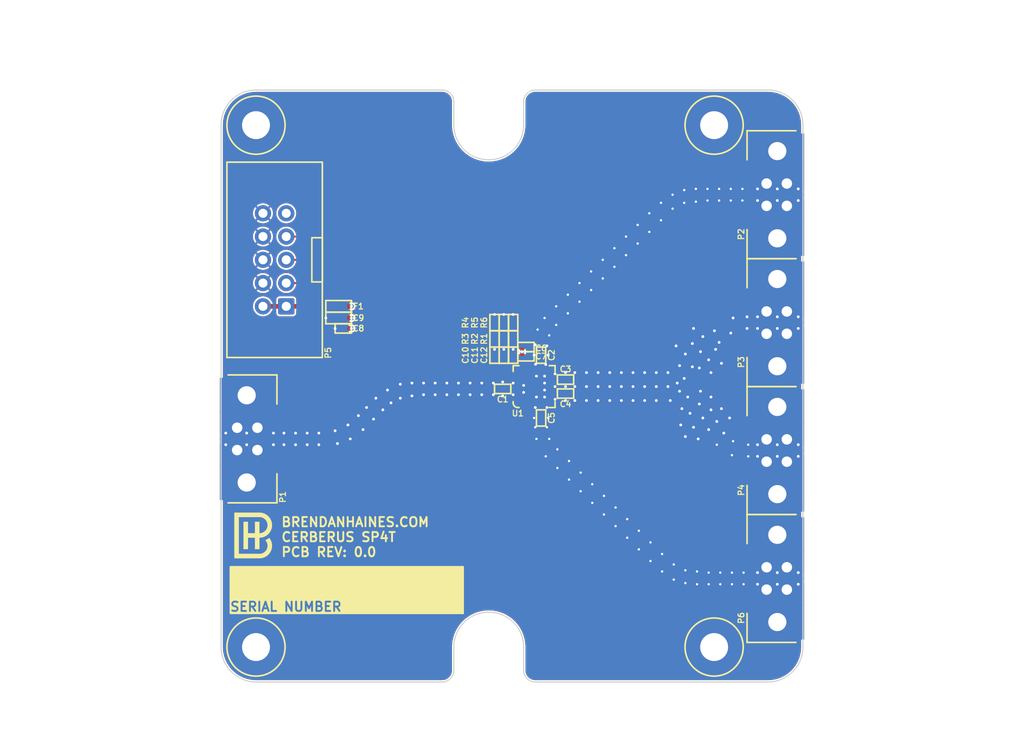
<source format=kicad_pcb>
(kicad_pcb
	(version 20240108)
	(generator "pcbnew")
	(generator_version "8.0")
	(general
		(thickness 1.6)
		(legacy_teardrops no)
	)
	(paper "A")
	(title_block
		(title "${PROJECT_NAME}")
		(rev "${PCB_REVISION}")
		(company "BRENDANHAINES.COM")
	)
	(layers
		(0 "F.Cu" signal)
		(1 "In1.Cu" signal)
		(2 "In2.Cu" signal)
		(31 "B.Cu" signal)
		(32 "B.Adhes" user "B.Adhesive")
		(33 "F.Adhes" user "F.Adhesive")
		(34 "B.Paste" user)
		(35 "F.Paste" user)
		(36 "B.SilkS" user "B.Silkscreen")
		(37 "F.SilkS" user "F.Silkscreen")
		(38 "B.Mask" user)
		(39 "F.Mask" user)
		(40 "Dwgs.User" user "User.Drawings")
		(41 "Cmts.User" user "User.Comments")
		(42 "Eco1.User" user "User.Eco1")
		(43 "Eco2.User" user "User.Eco2")
		(44 "Edge.Cuts" user)
		(45 "Margin" user)
		(46 "B.CrtYd" user "B.Courtyard")
		(47 "F.CrtYd" user "F.Courtyard")
		(48 "B.Fab" user)
		(49 "F.Fab" user)
		(50 "User.1" user)
		(51 "User.2" user)
		(52 "User.3" user)
		(53 "User.4" user)
		(54 "User.5" user)
		(55 "User.6" user)
		(56 "User.7" user)
		(57 "User.8" user)
		(58 "User.9" user)
	)
	(setup
		(stackup
			(layer "F.SilkS"
				(type "Top Silk Screen")
				(color "White")
			)
			(layer "F.Paste"
				(type "Top Solder Paste")
			)
			(layer "F.Mask"
				(type "Top Solder Mask")
				(color "Green")
				(thickness 0.01)
			)
			(layer "F.Cu"
				(type "copper")
				(thickness 0.035)
			)
			(layer "dielectric 1"
				(type "core")
				(thickness 0.48)
				(material "FR4")
				(epsilon_r 4.5)
				(loss_tangent 0.02)
			)
			(layer "In1.Cu"
				(type "copper")
				(thickness 0.035)
			)
			(layer "dielectric 2"
				(type "prepreg")
				(thickness 0.48)
				(material "FR4")
				(epsilon_r 4.5)
				(loss_tangent 0.02)
			)
			(layer "In2.Cu"
				(type "copper")
				(thickness 0.035)
			)
			(layer "dielectric 3"
				(type "core")
				(thickness 0.48)
				(material "FR4")
				(epsilon_r 4.5)
				(loss_tangent 0.02)
			)
			(layer "B.Cu"
				(type "copper")
				(thickness 0.035)
			)
			(layer "B.Mask"
				(type "Bottom Solder Mask")
				(color "Green")
				(thickness 0.01)
			)
			(layer "B.Paste"
				(type "Bottom Solder Paste")
			)
			(layer "B.SilkS"
				(type "Bottom Silk Screen")
				(color "White")
			)
			(copper_finish "ENIG")
			(dielectric_constraints no)
		)
		(pad_to_mask_clearance 0)
		(allow_soldermask_bridges_in_footprints no)
		(grid_origin 80.01 123.19)
		(pcbplotparams
			(layerselection 0x00010fc_ffffffff)
			(plot_on_all_layers_selection 0x0000000_00000000)
			(disableapertmacros no)
			(usegerberextensions no)
			(usegerberattributes yes)
			(usegerberadvancedattributes yes)
			(creategerberjobfile yes)
			(dashed_line_dash_ratio 12.000000)
			(dashed_line_gap_ratio 3.000000)
			(svgprecision 4)
			(plotframeref no)
			(viasonmask no)
			(mode 1)
			(useauxorigin no)
			(hpglpennumber 1)
			(hpglpenspeed 20)
			(hpglpendiameter 15.000000)
			(pdf_front_fp_property_popups yes)
			(pdf_back_fp_property_popups yes)
			(dxfpolygonmode yes)
			(dxfimperialunits yes)
			(dxfusepcbnewfont yes)
			(psnegative no)
			(psa4output no)
			(plotreference yes)
			(plotvalue yes)
			(plotfptext yes)
			(plotinvisibletext no)
			(sketchpadsonfab no)
			(subtractmaskfromsilk no)
			(outputformat 1)
			(mirror no)
			(drillshape 1)
			(scaleselection 1)
			(outputdirectory "")
		)
	)
	(property "PCB_REVISION" "0.0")
	(property "PROJECT_NAME" "CERBERUS SP4T")
	(net 0 "")
	(net 1 "GND")
	(net 2 "/CONN1/VIN_3V3")
	(net 3 "VDC_3V3")
	(net 4 "/RF_C")
	(net 5 "/RF_1")
	(net 6 "/RF_2")
	(net 7 "/CTRL0")
	(net 8 "/RF_3")
	(net 9 "/CTRL1")
	(net 10 "/CTRL2")
	(net 11 "/RF_4")
	(net 12 "Net-(U1-CONTROL_3)")
	(net 13 "Net-(U1-CONTROL_2)")
	(net 14 "Net-(U1-CONTROL_1)")
	(net 15 "/CONN1/D0")
	(net 16 "Net-(U1-RF1)")
	(net 17 "Net-(U1-RF2)")
	(net 18 "Net-(U1-RF3)")
	(net 19 "Net-(U1-RF4)")
	(net 20 "Net-(U1-RF_COM)")
	(footprint "common:CONN_SuperSMA_Amphenol_901-10510-2" (layer "F.Cu") (at 139.7 87.757 -90))
	(footprint "common:MH120X230_#4" (layer "F.Cu") (at 130.0099 123.19))
	(footprint "common:C0402" (layer "F.Cu") (at 113.792 93.98))
	(footprint "common:LOGO_BH" (layer "F.Cu") (at 80.137 113.411))
	(footprint "common:C0402" (layer "F.Cu") (at 111.125 98.171 -90))
	(footprint "common:CONN_SuperSMA_Amphenol_901-10510-2" (layer "F.Cu") (at 139.7 101.727 -90))
	(footprint "common:R0402" (layer "F.Cu") (at 106.045 89.535 -90))
	(footprint "common:C0402" (layer "F.Cu") (at 106.045 91.313 -90))
	(footprint "common:C0402" (layer "F.Cu") (at 108.077 91.313 -90))
	(footprint "common:PinHeader_2x05_P2.54mm_Vertical_Shrouded" (layer "F.Cu") (at 83.312 85.979 90))
	(footprint "common:C0402" (layer "F.Cu") (at 109.474 90.424))
	(footprint "common:R0402" (layer "F.Cu") (at 107.061 87.757 90))
	(footprint "common:R0603" (layer "F.Cu") (at 89.027 85.979))
	(footprint "common:C0402" (layer "F.Cu") (at 106.934 94.996))
	(footprint "common:QFN50P400X400X75-24P" (layer "F.Cu") (at 110.363 94.742 90))
	(footprint "common:C0402" (layer "F.Cu") (at 89.535 88.392 180))
	(footprint "common:R0402" (layer "F.Cu") (at 106.045 87.757 90))
	(footprint "common:MH120X230_#4" (layer "F.Cu") (at 130.0099 66.1924))
	(footprint "common:C0402" (layer "F.Cu") (at 107.061 91.313 -90))
	(footprint "common:R0402" (layer "F.Cu") (at 108.077 87.757 90))
	(footprint "common:CONN_SuperSMA_Amphenol_901-10510-2" (layer "F.Cu") (at 139.7 73.787 -90))
	(footprint "common:R0402" (layer "F.Cu") (at 108.077 89.535 -90))
	(footprint "common:C0402" (layer "F.Cu") (at 111.125 91.313 90))
	(footprint "common:MH120X230_#4" (layer "F.Cu") (at 80.01 123.19))
	(footprint "common:C0402" (layer "F.Cu") (at 109.474 91.44 180))
	(footprint "common:CONN_SuperSMA_Amphenol_901-10510-2" (layer "F.Cu") (at 139.7 115.697 -90))
	(footprint "common:C0603" (layer "F.Cu") (at 89.027 87.249 180))
	(footprint "common:C0402" (layer "F.Cu") (at 113.792 95.504))
	(footprint "common:MH120X230_#4" (layer "F.Cu") (at 80.01 66.1924))
	(footprint "common:CONN_SuperSMA_Amphenol_901-10510-2" (layer "F.Cu") (at 76.2 100.457 90))
	(footprint "common:R0402" (layer "F.Cu") (at 107.061 89.535 -90))
	(gr_poly
		(pts
			(xy 89.408 119.507) (xy 102.616 119.507) (xy 102.616 114.427) (xy 77.216 114.427) (xy 77.216 117.983)
			(xy 89.408 117.983)
		)
		(stroke
			(width 0.1778)
			(type solid)
		)
		(fill solid)
		(layer "F.SilkS")
		(uuid "54e388d0-9772-4369-ac3e-a28d27a63d02")
	)
	(gr_rect
		(start 77.216 117.983)
		(end 89.408 119.507)
		(stroke
			(width 0.1778)
			(type default)
		)
		(fill none)
		(layer "F.SilkS")
		(uuid "7dc4bab5-1662-4e93-ae85-edfcd135bfe1")
	)
	(gr_arc
		(start 109.22 66.167)
		(mid 105.41 69.977)
		(end 101.6 66.167)
		(stroke
			(width 0.127)
			(type default)
		)
		(layer "Edge.Cuts")
		(uuid "12b5dc83-04a1-4ad2-b20b-9ca374104a1d")
	)
	(gr_line
		(start 100.33 127)
		(end 80.01 127)
		(stroke
			(width 0.127)
			(type default)
		)
		(layer "Edge.Cuts")
		(uuid "1d8c4d54-d09d-4552-81d7-fe4fbfc0d2d7")
	)
	(gr_line
		(start 101.6 63.627)
		(end 101.6 66.167)
		(stroke
			(width 0.127)
			(type default)
		)
		(layer "Edge.Cuts")
		(uuid "2973dcc5-815b-4dca-8084-f6e8e8fd19a1")
	)
	(gr_line
		(start 76.2 123.19)
		(end 76.2 66.167)
		(stroke
			(width 0.127)
			(type default)
		)
		(layer "Edge.Cuts")
		(uuid "4a1c085a-0447-40c6-917a-e883b0b5d3b4")
	)
	(gr_arc
		(start 101.6 125.73)
		(mid 101.228026 126.628026)
		(end 100.33 127)
		(stroke
			(width 0.127)
			(type default)
		)
		(layer "Edge.Cuts")
		(uuid "4e122227-9205-48ab-aed8-944187041308")
	)
	(gr_arc
		(start 109.22 63.627)
		(mid 109.591974 62.728974)
		(end 110.49 62.357)
		(stroke
			(width 0.127)
			(type default)
		)
		(layer "Edge.Cuts")
		(uuid "512bf51a-3fa9-4028-a936-f7e6a4733d0c")
	)
	(gr_arc
		(start 101.6 123.19)
		(mid 105.41 119.38)
		(end 109.22 123.19)
		(stroke
			(width 0.127)
			(type default)
		)
		(layer "Edge.Cuts")
		(uuid "5b1e545e-7998-4651-9a7c-7119b11dbb5e")
	)
	(gr_arc
		(start 110.49 127)
		(mid 109.591974 126.628026)
		(end 109.22 125.73)
		(stroke
			(width 0.127)
			(type default)
		)
		(layer "Edge.Cuts")
		(uuid "75ed90dc-01a6-4ef6-a1ad-40d7e7fb9ab5")
	)
	(gr_arc
		(start 135.89 62.357)
		(mid 138.584077 63.472923)
		(end 139.7 66.167)
		(stroke
			(width 0.127)
			(type default)
		)
		(layer "Edge.Cuts")
		(uuid "827095d4-34d5-43ee-8461-ae5f66cdb2c1")
	)
	(gr_line
		(start 135.89 127)
		(end 110.49 127)
		(stroke
			(width 0.127)
			(type default)
		)
		(layer "Edge.Cuts")
		(uuid "8a06cdaa-4b81-476c-ab75-552dda1904ae")
	)
	(gr_arc
		(start 139.7 123.19)
		(mid 138.584077 125.884077)
		(end 135.89 127)
		(stroke
			(width 0.127)
			(type default)
		)
		(layer "Edge.Cuts")
		(uuid "8f3bcc1f-2eb5-4fe9-a5f4-4d4b2420bb7d")
	)
	(gr_line
		(start 135.89 62.357)
		(end 110.49 62.357)
		(stroke
			(width 0.127)
			(type default)
		)
		(layer "Edge.Cuts")
		(uuid "9c756f94-0915-4796-a177-fba955d58861")
	)
	(gr_arc
		(start 76.2 66.167)
		(mid 77.315923 63.472923)
		(end 80.01 62.357)
		(stroke
			(width 0.127)
			(type default)
		)
		(layer "Edge.Cuts")
		(uuid "a2db3517-1557-4cb3-9db4-49484f4b88bb")
	)
	(gr_line
		(start 100.33 62.357)
		(end 80.01 62.357)
		(stroke
			(width 0.127)
			(type default)
		)
		(layer "Edge.Cuts")
		(uuid "a37f7f24-d565-4f0b-8922-f16248f5b0a0")
	)
	(gr_line
		(start 109.22 125.73)
		(end 109.22 123.19)
		(stroke
			(width 0.127)
			(type default)
		)
		(layer "Edge.Cuts")
		(uuid "a5182ac4-ba58-4916-80d1-c3c4552baf6f")
	)
	(gr_arc
		(start 100.33 62.357)
		(mid 101.228026 62.728974)
		(end 101.6 63.627)
		(stroke
			(width 0.127)
			(type default)
		)
		(layer "Edge.Cuts")
		(uuid "bdaa3ce3-1d1d-4bdf-8767-8a155afd4217")
	)
	(gr_line
		(start 139.7 66.167)
		(end 139.7 123.19)
		(stroke
			(width 0.127)
			(type default)
		)
		(layer "Edge.Cuts")
		(uuid "cae215e8-499e-40ef-89eb-35b51bf61b65")
	)
	(gr_line
		(start 109.22 66.167)
		(end 109.22 63.627)
		(stroke
			(width 0.127)
			(type default)
		)
		(layer "Edge.Cuts")
		(uuid "cc06fa9f-a210-4e6d-9270-f07cf87ce584")
	)
	(gr_line
		(start 101.6 123.19)
		(end 101.6 125.73)
		(stroke
			(width 0.127)
			(type default)
		)
		(layer "Edge.Cuts")
		(uuid "d6b52204-62e3-4775-a382-a5e8113dca6a")
	)
	(gr_arc
		(start 80.01 127)
		(mid 77.315923 125.884077)
		(end 76.2 123.19)
		(stroke
			(width 0.127)
			(type default)
		)
		(layer "Edge.Cuts")
		(uuid "eb8ae8c2-ec94-44e1-b1ad-d50dc494b660")
	)
	(gr_text "BRENDANHAINES.COM\n${PROJECT_NAME}\nPCB REV: ${PCB_REVISION}"
		(at 82.677 113.411 0)
		(layer "F.SilkS")
		(uuid "437bdfe8-9461-4ec7-870c-371d6a52dc16")
		(effects
			(font
				(size 1.016 1.016)
				(thickness 0.2032)
				(bold yes)
			)
			(justify left bottom)
		)
	)
	(gr_text "SERIAL NUMBER"
		(at 77.089 119.38 0)
		(layer "F.SilkS" knockout)
		(uuid "6c2be5ce-85b7-4de0-9953-9a61d10d3e1f")
		(effects
			(font
				(size 1.016 1.016)
				(thickness 0.2032)
				(bold yes)
			)
			(justify left bottom)
		)
	)
	(dimension
		(type aligned)
		(layer "F.Fab")
		(uuid "2892fb69-bc65-401b-badd-aa520ee8b469")
		(pts
			(xy 87.503 65.9824) (xy 87.503 122.98)
		)
		(height 19.812)
		(gr_text "2244.0000 mils"
			(at 66.548 94.4812 90)
			(layer "F.Fab")
			(uuid "2892fb69-bc65-401b-badd-aa520ee8b469")
			(effects
				(font
					(size 1.016 1.016)
					(thickness 0.127)
				)
			)
		)
		(format
			(prefix "")
			(suffix "")
			(units 3)
			(units_format 1)
			(precision 4)
		)
		(style
			(thickness 0.127)
			(arrow_length 1.27)
			(text_position_mode 0)
			(extension_height 0.58642)
			(extension_offset 0.254) keep_text_aligned)
	)
	(dimension
		(type aligned)
		(layer "F.Fab")
		(uuid "60aa3d13-cba1-4987-a4d4-8936d20594bd")
		(pts
			(xy 135.89 127) (xy 135.89 62.357)
		)
		(height 10.16)
		(gr_text "2545.0000 mils"
			(at 145.288 94.6785 90)
			(layer "F.Fab")
			(uuid "60aa3d13-cba1-4987-a4d4-8936d20594bd")
			(effects
				(font
					(size 0.635 0.635)
					(thickness 0.127)
				)
			)
		)
		(format
			(prefix "")
			(suffix "")
			(units 3)
			(units_format 1)
			(precision 4)
		)
		(style
			(thickness 0.127)
			(arrow_length 1.27)
			(text_position_mode 0)
			(extension_height 0.58642)
			(extension_offset 1.524) keep_text_aligned)
	)
	(dimension
		(type aligned)
		(layer "F.Fab")
		(uuid "bbab7d88-8f8c-467e-ac80-cb1bdbeed6d1")
		(pts
			(xy 76.2 123.19) (xy 139.7 123.19)
		)
		(height 8.381999)
		(gr_text "2500.0000 mils"
			(at 107.95 130.809999 0)
			(layer "F.Fab")
			(uuid "bbab7d88-8f8c-467e-ac80-cb1bdbeed6d1")
			(effects
				(font
					(size 0.635 0.635)
					(thickness 0.127)
				)
			)
		)
		(format
			(prefix "")
			(suffix "")
			(units 3)
			(units_format 1)
			(precision 4)
		)
		(style
			(thickness 0.127)
			(arrow_length 1.27)
			(text_position_mode 0)
			(extension_height 0.58642)
			(extension_offset 1.524) keep_text_aligned)
	)
	(dimension
		(type aligned)
		(layer "F.Fab")
		(uuid "da0fc324-3843-4697-9d01-01ce7e2f02da")
		(pts
			(xy 80.01 66.1924) (xy 130.0099 66.1924)
		)
		(height -11.7094)
		(gr_text "1968.5000 mils"
			(at 105.00995 53.34 0)
			(layer "F.Fab")
			(uuid "da0fc324-3843-4697-9d01-01ce7e2f02da")
			(effects
				(font
					(size 1.016 1.016)
					(thickness 0.127)
				)
			)
		)
		(format
			(prefix "")
			(suffix "")
			(units 3)
			(units_format 1)
			(precision 4)
		)
		(style
			(thickness 0.127)
			(arrow_length 1.27)
			(text_position_mode 0)
			(extension_height 0.58642)
			(extension_offset 7.62) keep_text_aligned)
	)
	(segment
		(start 107.061 87.332)
		(end 107.061 86.868)
		(width 0.127)
		(layer "F.Cu")
		(net 1)
		(uuid "0601ffe4-a68f-4683-b78c-5eaea6e98d23")
	)
	(segment
		(start 111.613 96.881)
		(end 111.76 97.028)
		(width 0.254)
		(layer "F.Cu")
		(net 1)
		(uuid "0c4a8fad-7718-433c-b5a3-f7181981eae0")
	)
	(segment
		(start 107.061 90.888)
		(end 107.061 90.678)
		(width 0.127)
		(layer "F.Cu")
		(net 1)
		(uuid "27a9e3e3-9cb7-425c-a670-78b1b77ecbc0")
	)
	(segment
		(start 108.463 94.492)
		(end 108.208 94.492)
		(width 0.254)
		(layer "F.Cu")
		(net 1)
		(uuid "398c1a37-2631-443d-b8de-f21d2ad0a190")
	)
	(segment
		(start 112.263 93.492)
		(end 112.502 93.492)
		(width 0.254)
		(layer "F.Cu")
		(net 1)
		(uuid "40f4e4f1-0865-4c49-ac6d-4a668fcbaf50")
	)
	(segment
		(start 112.502 93.492)
		(end 112.649 93.345)
		(width 0.254)
		(layer "F.Cu")
		(net 1)
		(uuid "460c0f8c-293c-4bf3-a44b-bb62ebb1c962")
	)
	(segment
		(start 108.077 87.332)
		(end 108.077 86.868)
		(width 0.127)
		(layer "F.Cu")
		(net 1)
		(uuid "4c7e9a37-577c-415a-985b-7bd01d0504eb")
	)
	(segment
		(start 106.045 87.332)
		(end 106.045 86.868)
		(width 0.127)
		(layer "F.Cu")
		(net 1)
		(uuid "6d5e0beb-8987-4f08-a523-02aadc4c1150")
	)
	(segment
		(start 88.302 87.249)
		(end 87.63 87.249)
		(width 0.508)
		(layer "F.Cu")
		(net 1)
		(uuid "72c942d2-f26e-4582-97bb-d37a6eb0e80c")
	)
	(segment
		(start 112.263 94.492)
		(end 112.399 94.492)
		(width 0.254)
		(layer "F.Cu")
		(net 1)
		(uuid "7b27c582-556d-4c37-81c1-969308a764f8")
	)
	(segment
		(start 108.216 95.492)
		(end 108.077 95.631)
		(width 0.254)
		(layer "F.Cu")
		(net 1)
		(uuid "88dc6131-031f-40e2-ba64-b70a5d32d246")
	)
	(segment
		(start 108.077 90.888)
		(end 108.077 90.678)
		(width 0.127)
		(layer "F.Cu")
		(net 1)
		(uuid "8a534dae-255f-4171-8486-1c500033e011")
	)
	(segment
		(start 111.613 96.642)
		(end 111.613 96.881)
		(width 0.254)
		(layer "F.Cu")
		(net 1)
		(uuid "8d339908-30bc-44ee-8b6c-3688d9ce075e")
	)
	(segment
		(start 110.613 96.905)
		(end 110.49 97.028)
		(width 0.254)
		(layer "F.Cu")
		(net 1)
		(uuid "933b6d5c-9b0c-4bb9-846c-5af54b05cd7c")
	)
	(segment
		(start 112.399 94.492)
		(end 112.649 94.742)
		(width 0.254)
		(layer "F.Cu")
		(net 1)
		(uuid "9638c647-2f38-4ca9-b80e-d4d03527ae1c")
	)
	(segment
		(start 108.208 94.492)
		(end 108.077 94.361)
		(width 0.254)
		(layer "F.Cu")
		(net 1)
		(uuid "9a3be79e-620e-41bd-8298-c32eabe403d3")
	)
	(segment
		(start 112.502 95.992)
		(end 112.649 96.139)
		(width 0.254)
		(layer "F.Cu")
		(net 1)
		(uuid "a7e30e2e-7641-45af-99ab-cee4ffa40e83")
	)
	(segment
		(start 110.613 92.842)
		(end 110.613 92.39544)
		(width 0.254)
		(layer "F.Cu")
		(net 1)
		(uuid "ba34a25a-4f70-4db8-995c-327e21640eaa")
	)
	(segment
		(start 112.399 94.992)
		(end 112.649 94.742)
		(width 0.254)
		(layer "F.Cu")
		(net 1)
		(uuid "bf02c595-3d05-4daf-8152-0a8c4f79652f")
	)
	(segment
		(start 111.613 92.842)
		(end 111.613 92.349)
		(width 0.254)
		(layer "F.Cu")
		(net 1)
		(uuid "c5f61750-8f5d-4964-8dcf-56c8947b3051")
	)
	(segment
		(start 108.463 95.492)
		(end 108.216 95.492)
		(width 0.254)
		(layer "F.Cu")
		(net 1)
		(uuid "c6b3437f-2db7-4a9f-8210-f378156060a7")
	)
	(segment
		(start 111.613 92.349)
		(end 111.633 92.329)
		(width 0.254)
		(layer "F.Cu")
		(net 1)
		(uuid "dbca82e1-2295-494d-ad4d-83e012b0c7a1")
	)
	(segment
		(start 110.613 92.39544)
		(end 110.521658 92.304098)
		(width 0.254)
		(layer "F.Cu")
		(net 1)
		(uuid "e0d0a737-e6f7-4287-a39a-c0f222faaf55")
	)
	(segment
		(start 112.263 95.992)
		(end 112.502 95.992)
		(width 0.254)
		(layer "F.Cu")
		(net 1)
		(uuid "e21c42da-d622-4fe8-86f8-2529d0e46832")
	)
	(segment
		(start 106.045 90.888)
		(end 106.045 90.678)
		(width 0.127)
		(layer "F.Cu")
		(net 1)
		(uuid "ed733c28-96a3-44b6-bf86-7fde808ba0cb")
	)
	(segment
		(start 112.263 94.992)
		(end 112.399 94.992)
		(width 0.254)
		(layer "F.Cu")
		(net 1)
		(uuid "f050c780-289c-490c-8033-f2fc14013a44")
	)
	(segment
		(start 110.613 96.642)
		(end 110.613 96.905)
		(width 0.254)
		(layer "F.Cu")
		(net 1)
		(uuid "f8edea65-a67a-4438-912a-09586e065a03")
	)
	(segment
		(start 89.11 88.392)
		(end 88.646 88.392)
		(width 0.508)
		(layer "F.Cu")
		(net 1)
		(uuid "f92c9204-7e6c-4a10-9638-3b99f6bdab17")
	)
	(via
		(at 118.618 93.218)
		(size 0.508)
		(drill 0.3048)
		(layers "F.Cu" "B.Cu")
		(free yes)
		(net 1)
		(uuid "000e75c1-9126-4e50-befa-dce18dff5910")
	)
	(via
		(at 134.747 116.332)
		(size 0.508)
		(drill 0.3048)
		(layers "F.Cu" "B.Cu")
		(free yes)
		(net 1)
		(uuid "01292e35-5c8c-4ecf-a1cc-7e3db9b85721")
	)
	(via
		(at 109.22 95.377)
		(size 0.508)
		(drill 0.3048)
		(layers "F.Cu" "B.Cu")
		(net 1)
		(uuid "027b3311-d082-4d7d-8f94-fb619d4d9195")
	)
	(via
		(at 129.667 97.282)
		(size 0.508)
		(drill 0.3048)
		(layers "F.Cu" "B.Cu")
		(free yes)
		(net 1)
		(uuid "028bb475-03a4-401f-b3da-13c30fe9d495")
	)
	(via
		(at 136.906 87.122)
		(size 0.508)
		(drill 0.3048)
		(layers "F.Cu" "B.Cu")
		(free yes)
		(net 1)
		(uuid "02ba2390-5c1c-4a0e-903a-ccadd4989567")
	)
	(via
		(at 105.918 94.361)
		(size 0.508)
		(drill 0.3048)
		(layers "F.Cu" "B.Cu")
		(free yes)
		(net 1)
		(uuid "037a0129-5eee-4d8b-8870-ca45c068bc73")
	)
	(via
		(at 126.238 95.25)
		(size 0.508)
		(drill 0.3048)
		(layers "F.Cu" "B.Cu")
		(free yes)
		(net 1)
		(uuid "052b4e7a-85d6-407f-8f1b-23470ac0b223")
	)
	(via
		(at 93.853 97.282)
		(size 0.508)
		(drill 0.3048)
		(layers "F.Cu" "B.Cu")
		(free yes)
		(net 1)
		(uuid "06a92f8c-62a4-4a21-8c26-fa1051bc955d")
	)
	(via
		(at 125.603 115.824)
		(size 0.508)
		(drill 0.254)
		(layers "F.Cu" "B.Cu")
		(free yes)
		(net 1)
		(uuid "07478088-b4d3-4f4a-a9ba-1804914d5dac")
	)
	(via
		(at 139.192 102.362)
		(size 0.508)
		(drill 0.3048)
		(layers "F.Cu" "B.Cu")
		(free yes)
		(net 1)
		(uuid "07bcad39-aaaf-4152-80e6-d770e7060b25")
	)
	(via
		(at 131.699 98.171)
		(size 0.508)
		(drill 0.3048)
		(layers "F.Cu" "B.Cu")
		(free yes)
		(net 1)
		(uuid "0ac0c1a2-3a0d-47f0-af69-acd04295d431")
	)
	(via
		(at 136.906 73.152)
		(size 0.508)
		(drill 0.3048)
		(layers "F.Cu" "B.Cu")
		(free yes)
		(net 1)
		(uuid "0cd7a28f-df0d-413c-84d0-23d2181c902e")
	)
	(via
		(at 131.826 73.152)
		(size 0.508)
		(drill 0.254)
		(layers "F.Cu" "B.Cu")
		(free yes)
		(net 1)
		(uuid "0e069267-1fbd-472f-9e08-405e498233e8")
	)
	(via
		(at 119.253 109.982)
		(size 0.508)
		(drill 0.254)
		(layers "F.Cu" "B.Cu")
		(free yes)
		(net 1)
		(uuid "0e1047e0-b5d1-4ea6-9c91-ae465d409c3b")
	)
	(via
		(at 116.586 84.201)
		(size 0.508)
		(drill 0.254)
		(layers "F.Cu" "B.Cu")
		(free yes)
		(net 1)
		(uuid "0e28baed-3342-42dd-b037-0480974b0954")
	)
	(via
		(at 123.063 113.792)
		(size 0.508)
		(drill 0.254)
		(layers "F.Cu" "B.Cu")
		(free yes)
		(net 1)
		(uuid "0e415305-2dc6-4be1-ad83-a038035131bc")
	)
	(via
		(at 100.838 95.631)
		(size 0.508)
		(drill 0.3048)
		(layers "F.Cu" "B.Cu")
		(free yes)
		(net 1)
		(uuid "0e6b6099-aaf9-4c99-9a05-5fa19dd40106")
	)
	(via
		(at 136.906 74.422)
		(size 0.508)
		(drill 0.3048)
		(layers "F.Cu" "B.Cu")
		(free yes)
		(net 1)
		(uuid "0ec8f2e8-8469-444d-a433-9b7612af63ba")
	)
	(via
		(at 111.506 95.885)
		(size 0.508)
		(drill 0.3048)
		(layers "F.Cu" "B.Cu")
		(net 1)
		(uuid "0f920c89-22fb-47f7-9920-295942ecc9d3")
	)
	(via
		(at 111.506 95.123)
		(size 0.508)
		(drill 0.3048)
		(layers "F.Cu" "B.Cu")
		(net 1)
		(uuid "0fbeab8a-cd9d-4158-b06a-0bdbffe2e650")
	)
	(via
		(at 124.333 113.03)
		(size 0.508)
		(drill 0.254)
		(layers "F.Cu" "B.Cu")
		(free yes)
		(net 1)
		(uuid "1126728c-d994-4b2c-b8fd-05962ef0c062")
	)
	(via
		(at 130.683 115.062)
		(size 0.508)
		(drill 0.254)
		(layers "F.Cu" "B.Cu")
		(free yes)
		(net 1)
		(uuid "11ddc6e7-60f8-4339-82e7-28ac6bb7f8cd")
	)
	(via
		(at 124.206 74.676)
		(size 0.508)
		(drill 0.254)
		(layers "F.Cu" "B.Cu")
		(free yes)
		(net 1)
		(uuid "126d4a56-706e-4497-8e4b-a57593f9ce5b")
	)
	(via
		(at 126.238 92.456)
		(size 0.508)
		(drill 0.3048)
		(layers "F.Cu" "B.Cu")
		(free yes)
		(net 1)
		(uuid "18ceb4f8-5b2b-4708-80a4-b36b8001b13a")
	)
	(via
		(at 115.316 85.471)
		(size 0.508)
		(drill 0.254)
		(layers "F.Cu" "B.Cu")
		(free yes)
		(net 1)
		(uuid "18e70abd-a6ba-4b7e-934c-b33e62c223c7")
	)
	(via
		(at 112.649 93.345)
		(size 0.508)
		(drill 0.3048)
		(layers "F.Cu" "B.Cu")
		(net 1)
		(uuid "198d2d56-6aa6-4a54-9d8a-ad5c43ed0a1e")
	)
	(via
		(at 129.413 99.441)
		(size 0.508)
		(drill 0.3048)
		(layers "F.Cu" "B.Cu")
		(free yes)
		(net 1)
		(uuid "1a394817-64ce-41a5-b105-49a3a4351f42")
	)
	(via
		(at 126.492 97.155)
		(size 0.508)
		(drill 0.3048)
		(layers "F.Cu" "B.Cu")
		(free yes)
		(net 1)
		(uuid "1b36f989-928e-47a9-bb7e-29e830703ce5")
	)
	(via
		(at 112.776 85.979)
		(size 0.508)
		(drill 0.254)
		(layers "F.Cu" "B.Cu")
		(free yes)
		(net 1)
		(uuid "1f59bd86-43f4-4d9f-b43f-e6b0be553d98")
	)
	(via
		(at 110.49 99.187)
		(size 0.508)
		(drill 0.254)
		(layers "F.Cu" "B.Cu")
		(free yes)
		(net 1)
		(uuid "1f6403ed-73a0-45d9-af97-0bbc72186f26")
	)
	(via
		(at 112.014 89.154)
		(size 0.508)
		(drill 0.254)
		(layers "F.Cu" "B.Cu")
		(free yes)
		(net 1)
		(uuid "21c8de05-092c-4aef-b7eb-8317b5edf2d2")
	)
	(via
		(at 136.906 116.332)
		(size 0.508)
		(drill 0.3048)
		(layers "F.Cu" "B.Cu")
		(free yes)
		(net 1)
		(uuid "23002002-9f3f-4b80-8987-fc906ec68206")
	)
	(via
		(at 111.633 92.329)
		(size 0.508)
		(drill 0.3048)
		(layers "F.Cu" "B.Cu")
		(net 1)
		(uuid "2358e014-d32f-41d6-a275-2944a29efd0f")
	)
	(via
		(at 119.888 94.742)
		(size 0.508)
		(drill 0.3048)
		(layers "F.Cu" "B.Cu")
		(free yes)
		(net 1)
		(uuid "249d1d3b-8a9a-4d2d-93a0-0ee5c2e8ec61")
	)
	(via
		(at 127.127 95.885)
		(size 0.508)
		(drill 0.3048)
		(layers "F.Cu" "B.Cu")
		(free yes)
		(net 1)
		(uuid "254e58e0-32fd-4ea6-a282-1425d4e73704")
	)
	(via
		(at 111.506 93.599)
		(size 0.508)
		(drill 0.3048)
		(layers "F.Cu" "B.Cu")
		(net 1)
		(uuid "2634ec9e-2fd3-44c7-9edd-cb7214444003")
	)
	(via
		(at 108.077 94.361)
		(size 0.508)
		(drill 0.3048)
		(layers "F.Cu" "B.Cu")
		(net 1)
		(uuid "27d360f8-b945-4065-affe-6a8db4c33abe")
	)
	(via
		(at 121.158 94.742)
		(size 0.508)
		(drill 0.3048)
		(layers "F.Cu" "B.Cu")
		(free yes)
		(net 1)
		(uuid "28d998e5-e6b5-4b3a-88ba-4ea9ed5598bc")
	)
	(via
		(at 133.604 87.122)
		(size 0.508)
		(drill 0.3048)
		(layers "F.Cu" "B.Cu")
		(free yes)
		(net 1)
		(uuid "2962f8b8-0544-45f0-bf2f-bf73aa1c23bf")
	)
	(via
		(at 130.81 97.155)
		(size 0.508)
		(drill 0.3048)
		(layers "F.Cu" "B.Cu")
		(free yes)
		(net 1)
		(uuid "296d0304-2970-4388-9c4f-39d6feb87288")
	)
	(via
		(at 116.713 107.442)
		(size 0.508)
		(drill 0.254)
		(layers "F.Cu" "B.Cu")
		(free yes)
		(net 1)
		(uuid "2aa6bf2b-c03c-4ded-b39b-b76363e677c1")
	)
	(via
		(at 117.983 106.68)
		(size 0.508)
		(drill 0.254)
		(layers "F.Cu" "B.Cu")
		(free yes)
		(net 1)
		(uuid "2b1b85c8-4a7c-419e-b329-2abc7da4ef69")
	)
	(via
		(at 129.667 93.218)
		(size 0.508)
		(drill 0.3048)
		(layers "F.Cu" "B.Cu")
		(free yes)
		(net 1)
		(uuid "2d70bc8e-757c-4b80-a761-a09611602627")
	)
	(via
		(at 118.618 96.266)
		(size 0.508)
		(drill 0.3048)
		(layers "F.Cu" "B.Cu")
		(free yes)
		(net 1)
		(uuid "2e9a17b3-9b98-4f58-a930-cdb13d8b85ed")
	)
	(via
		(at 134.747 87.122)
		(size 0.508)
		(drill 0.3048)
		(layers "F.Cu" "B.Cu")
		(free yes)
		(net 1)
		(uuid "2fd98d8c-bf33-4d4d-bd1c-da4da983baf8")
	)
	(via
		(at 123.063 111.76)
		(size 0.508)
		(drill 0.254)
		(layers "F.Cu" "B.Cu")
		(free yes)
		(net 1)
		(uuid "302c7dab-1ade-46e0-bf2e-6f5529baeece")
	)
	(via
		(at 118.618 94.742)
		(size 0.508)
		(drill 0.3048)
		(layers "F.Cu" "B.Cu")
		(free yes)
		(net 1)
		(uuid "305760df-6d16-4a99-9d1f-4dc03ce558bd")
	)
	(via
		(at 108.077 86.868)
		(size 0.508)
		(drill 0.3048)
		(layers "F.Cu" "B.Cu")
		(net 1)
		(uuid "30c160a3-8964-457f-99ff-2e94d553ba28")
	)
	(via
		(at 106.045 86.868)
		(size 0.508)
		(drill 0.3048)
		(layers "F.Cu" "B.Cu")
		(net 1)
		(uuid "323da9ab-d34c-44cb-9199-d20cafed18cb")
	)
	(via
		(at 111.76 90.297)
		(size 0.508)
		(drill 0.3048)
		(layers "F.Cu" "B.Cu")
		(free yes)
		(net 1)
		(uuid "33e380af-a935-44d8-ba4c-b1b0a742d380")
	)
	(via
		(at 116.713 105.41)
		(size 0.508)
		(drill 0.254)
		(layers "F.Cu" "B.Cu")
		(free yes)
		(net 1)
		(uuid "3443f51b-a4a8-429a-aeb9-fb9816d3d374")
	)
	(via
		(at 111.633 102.362)
		(size 0.508)
		(drill 0.254)
		(layers "F.Cu" "B.Cu")
		(free yes)
		(net 1)
		(uuid "389caa17-724b-4f62-9a33-08408ba45d1e")
	)
	(via
		(at 119.888 93.218)
		(size 0.508)
		(drill 0.3048)
		(layers "F.Cu" "B.Cu")
		(free yes)
		(net 1)
		(uuid "39c90a6a-76b0-4ea3-847c-f93ae52741d3")
	)
	(via
		(at 131.064 99.822)
		(size 0.508)
		(drill 0.3048)
		(layers "F.Cu" "B.Cu")
		(free yes)
		(net 1)
		(uuid "3d3b3306-f8f0-40a1-853a-eec020fa9b15")
	)
	(via
		(at 125.984 94.361)
		(size 0.508)
		(drill 0.3048)
		(layers "F.Cu" "B.Cu")
		(free yes)
		(net 1)
		(uuid "3fe73f70-4f4d-4869-a84b-e9e6757306c9")
	)
	(via
		(at 110.49 90.17)
		(size 0.508)
		(drill 0.3048)
		(layers "F.Cu" "B.Cu")
		(free yes)
		(net 1)
		(uuid "40159213-00aa-4ac4-9867-d2ca3b16ee94")
	)
	(via
		(at 125.476 75.311)
		(size 0.508)
		(drill 0.254)
		(layers "F.Cu" "B.Cu")
		(free yes)
		(net 1)
		(uuid "41b7fc5d-3702-4205-97ee-3d1094fc3df6")
	)
	(via
		(at 122.428 93.218)
		(size 0.508)
		(drill 0.3048)
		(layers "F.Cu" "B.Cu")
		(free yes)
		(net 1)
		(uuid "423b01c6-82a7-4587-bd42-9f1d150ad130")
	)
	(via
		(at 130.81 92.202)
		(size 0.508)
		(drill 0.3048)
		(layers "F.Cu" "B.Cu")
		(free yes)
		(net 1)
		(uuid "431c69b7-0439-45a4-887b-5ae1459d9a0b")
	)
	(via
		(at 121.158 93.218)
		(size 0.508)
		(drill 0.3048)
		(layers "F.Cu" "B.Cu")
		(free yes)
		(net 1)
		(uuid "432bad93-e9ec-4cf7-ace3-f2bcd7141827")
	)
	(via
		(at 84.328 101.092)
		(size 0.508)
		(drill 0.3048)
		(layers "F.Cu" "B.Cu")
		(free yes)
		(net 1)
		(uuid "44c3b017-9bad-495e-8226-beb5bb8a041c")
	)
	(via
		(at 117.348 94.742)
		(size 0.508)
		(drill 0.3048)
		(layers "F.Cu" "B.Cu")
		(free yes)
		(net 1)
		(uuid "453660b2-2e9d-40ac-91d6-6cf545d3f173")
	)
	(via
		(at 81.915 99.822)
		(size 0.508)
		(drill 0.3048)
		(layers "F.Cu" "B.Cu")
		(free yes)
		(net 1)
		(uuid "462af655-4962-4396-a489-ff1ef6d5ab1f")
	)
	(via
		(at 127.762 99.187)
		(size 0.508)
		(drill 0.3048)
		(layers "F.Cu" "B.Cu")
		(free yes)
		(net 1)
		(uuid "462b974b-c0b2-4bf0-a04b-942054ee08f7")
	)
	(via
		(at 110.617 100.457)
		(size 0.508)
		(drill 0.254)
		(layers "F.Cu" "B.Cu")
		(free yes)
		(net 1)
		(uuid "469dffcc-0ff3-49e3-a1d3-5d8551f68fc2")
	)
	(via
		(at 136.906 102.362)
		(size 0.508)
		(drill 0.3048)
		(layers "F.Cu" "B.Cu")
		(free yes)
		(net 1)
		(uuid "4733c5ff-baeb-40cf-a492-ea9c8d0518bd")
	)
	(via
		(at 98.298 94.361)
		(size 0.508)
		(drill 0.3048)
		(layers "F.Cu" "B.Cu")
		(free yes)
		(net 1)
		(uuid "47bfe2e9-5a4a-4bc0-9db5-71299210424f")
	)
	(via
		(at 110.363 98.171)
		(size 0.508)
		(drill 0.254)
		(layers "F.Cu" "B.Cu")
		(free yes)
		(net 1)
		(uuid "487e3fcf-6136-42a9-8b11-fad11b472f44")
	)
	(via
		(at 86.868 101.092)
		(size 0.508)
		(drill 0.3048)
		(layers "F.Cu" "B.Cu")
		(free yes)
		(net 1)
		(uuid "4a29244e-4386-430a-89ea-d8b07df0ee05")
	)
	(via
		(at 121.158 96.266)
		(size 0.508)
		(drill 0.3048)
		(layers "F.Cu" "B.Cu")
		(free yes)
		(net 1)
		(uuid "4a61463b-2622-4f5c-954b-89906078d23d")
	)
	(via
		(at 113.792 94.742)
		(size 0.508)
		(drill 0.3048)
		(layers "F.Cu" "B.Cu")
		(free yes)
		(net 1)
		(uuid "4c4b7a8e-ada0-4c2d-ac29-866d3ad41ef9")
	)
	(via
		(at 117.856 80.899)
		(size 0.508)
		(drill 0.254)
		(layers "F.Cu" "B.Cu")
		(free yes)
		(net 1)
		(uuid "4d466b1a-e214-4f51-88ff-3686b459a677")
	)
	(via
		(at 130.175 90.678)
		(size 0.508)
		(drill 0.3048)
		(layers "F.Cu" "B.Cu")
		(free yes)
		(net 1)
		(uuid "4df1c01d-e248-4fb2-b065-2686a681903d")
	)
	(via
		(at 111.76 99.187)
		(size 0.508)
		(drill 0.254)
		(layers "F.Cu" "B.Cu")
		(free yes)
		(net 1)
		(uuid "4e0e0ff9-a109-4880-b1fb-1c99a9907614")
	)
	(via
		(at 126.873 100.203)
		(size 0.508)
		(drill 0.3048)
		(layers "F.Cu" "B.Cu")
		(free yes)
		(net 1)
		(uuid "4e27256c-40ec-46c7-802c-d0496772d167")
	)
	(via
		(at 113.792 93.218)
		(size 0.508)
		(drill 0.3048)
		(layers "F.Cu" "B.Cu")
		(free yes)
		(net 1)
		(uuid "522ee064-33d7-42b5-8696-a3a9daaacdb9")
	)
	(via
		(at 130.683 116.332)
		(size 0.508)
		(drill 0.254)
		(layers "F.Cu" "B.Cu")
		(free yes)
		(net 1)
		(uuid "56eacb60-8fac-47dc-80e7-b0f25e688835")
	)
	(via
		(at 131.953 116.332)
		(size 0.508)
		(drill 0.254)
		(layers "F.Cu" "B.Cu")
		(free yes)
		(net 1)
		(uuid "56ee114c-0ffc-4bc1-b49a-bd2103abc951")
	)
	(via
		(at 86.868 99.822)
		(size 0.508)
		(drill 0.3048)
		(layers "F.Cu" "B.Cu")
		(free yes)
		(net 1)
		(uuid "5839d164-7ff4-427b-a698-c868fc913909")
	)
	(via
		(at 104.648 94.361)
		(size 0.508)
		(drill 0.3048)
		(layers "F.Cu" "B.Cu")
		(free yes)
		(net 1)
		(uuid "59d73bf9-7e52-4ffd-8b32-23e405ca50af")
	)
	(via
		(at 130.302 98.552)
		(size 0.508)
		(drill 0.3048)
		(layers "F.Cu" "B.Cu")
		(free yes)
		(net 1)
		(uuid "5a560c29-ccb6-4db3-a0b0-2c5150aa0432")
	)
	(via
		(at 134.747 88.392)
		(size 0.508)
		(drill 0.3048)
		(layers "F.Cu" "B.Cu")
		(free yes)
		(net 1)
		(uuid "5becdc27-060e-4269-ac8a-7db36d3afab1")
	)
	(via
		(at 117.983 108.712)
		(size 0.508)
		(drill 0.254)
		(layers "F.Cu" "B.Cu")
		(free yes)
		(net 1)
		(uuid "5c64d37e-11c1-4f29-b18e-f0c1b4d44422")
	)
	(via
		(at 128.143 116.332)
		(size 0.508)
		(drill 0.254)
		(layers "F.Cu" "B.Cu")
		(free yes)
		(net 1)
		(uuid "5cb87824-8e0f-454c-948b-2ef60cabe45a")
	)
	(via
		(at 110.744 88.519)
		(size 0.508)
		(drill 0.254)
		(layers "F.Cu" "B.Cu")
		(free yes)
		(net 1)
		(uuid "5d0fdb4a-6082-4591-ad19-8f2891735bfb")
	)
	(via
		(at 129.413 115.062)
		(size 0.508)
		(drill 0.254)
		(layers "F.Cu" "B.Cu")
		(free yes)
		(net 1)
		(uuid "5d7ef816-b2f1-4ddc-acdd-36b5f4b3ba8a")
	)
	(via
		(at 132.08 87.249)
		(size 0.508)
		(drill 0.3048)
		(layers "F.Cu" "B.Cu")
		(free yes)
		(net 1)
		(uuid "5fa889fb-63cd-45a7-8d80-be61db07195f")
	)
	(via
		(at 136.906 115.062)
		(size 0.508)
		(drill 0.3048)
		(layers "F.Cu" "B.Cu")
		(free yes)
		(net 1)
		(uuid "60b580c4-902f-40bc-acc5-f99188807dd2")
	)
	(via
		(at 114.046 86.741)
		(size 0.508)
		(drill 0.254)
		(layers "F.Cu" "B.Cu")
		(free yes)
		(net 1)
		(uuid "617d7e45-7e2d-4d1e-afef-b96a0a22fcf6")
	)
	(via
		(at 131.826 88.9)
		(size 0.508)
		(drill 0.3048)
		(layers "F.Cu" "B.Cu")
		(free yes)
		(net 1)
		(uuid "631dc1b0-100a-4dab-a492-33be7caae24c")
	)
	(via
		(at 126.873 91.186)
		(size 0.508)
		(drill 0.3048)
		(layers "F.Cu" "B.Cu")
		(free yes)
		(net 1)
		(uuid "63257b98-af52-4f6a-b20d-96211ede3950")
	)
	(via
		(at 108.077 90.678)
		(size 0.508)
		(drill 0.3048)
		(layers "F.Cu" "B.Cu")
		(net 1)
		(uuid "6589fcd4-06a7-4c99-815a-c0378ebac7b5")
	)
	(via
		(at 119.253 107.95)
		(size 0.508)
		(drill 0.254)
		(layers "F.Cu" "B.Cu")
		(free yes)
		(net 1)
		(uuid "665363b1-5b5d-4a60-91dc-0b73af8ecbf5")
	)
	(via
		(at 129.286 73.152)
		(size 0.508)
		(drill 0.254)
		(layers "F.Cu" "B.Cu")
		(free yes)
		(net 1)
		(uuid "674c1370-ea9a-4821-8326-bdd6072d995d")
	)
	(via
		(at 106.934 94.234)
		(size 0.508)
		(drill 0.3048)
		(layers "F.Cu" "B.Cu")
		(free yes)
		(net 1)
		(uuid "6a348b46-bbe2-411f-97b8-a04c9be633d5")
	)
	(via
		(at 112.649 96.139)
		(size 0.508)
		(drill 0.3048)
		(layers "F.Cu" "B.Cu")
		(net 1)
		(uuid "6a3ac6b6-f4e9-4a06-8936-3c7720b26113")
	)
	(via
		(at 97.028 94.361)
		(size 0.508)
		(drill 0.3048)
		(layers "F.Cu" "B.Cu")
		(free yes)
		(net 1)
		(uuid "6a718a11-1fa8-4e62-9bc2-4545c681efb0")
	)
	(via
		(at 130.048 88.646)
		(size 0.508)
		(drill 0.3048)
		(layers "F.Cu" "B.Cu")
		(free yes)
		(net 1)
		(uuid "6b144964-385d-47a0-9cc9-7c5046eb76d6")
	)
	(via
		(at 124.206 76.581)
		(size 0.508)
		(drill 0.254)
		(layers "F.Cu" "B.Cu")
		(free yes)
		(net 1)
		(uuid "6ed3b7f9-dc6b-4b09-bdf8-943a40cb0585")
	)
	(via
		(at 112.903 103.632)
		(size 0.508)
		(drill 0.254)
		(layers "F.Cu" "B.Cu")
		(free yes)
		(net 1)
		(uuid "6f28af12-c59b-4b56-9052-cb114fabf01b")
	)
	(via
		(at 126.746 74.676)
		(size 0.508)
		(drill 0.254)
		(layers "F.Cu" "B.Cu")
		(free yes)
		(net 1)
		(uuid "71436ab4-4865-491d-a018-4768f49985ba")
	)
	(via
		(at 106.045 90.678)
		(size 0.508)
		(drill 0.3048)
		(layers "F.Cu" "B.Cu")
		(net 1)
		(uuid "71c275a9-4b81-4a96-a52f-8102dd980f40")
	)
	(via
		(at 94.361 95.123)
		(size 0.508)
		(drill 0.3048)
		(layers "F.Cu" "B.Cu")
		(free yes)
		(net 1)
		(uuid "72ed14fe-4b85-4a0a-803a-01e5c88f787e")
	)
	(via
		(at 88.646 99.568)
		(size 0.508)
		(drill 0.3048)
		(layers "F.Cu" "B.Cu")
		(free yes)
		(net 1)
		(uuid "7328aef0-8709-49f9-91a6-14a7b1614e2c")
	)
	(via
		(at 114.173 104.902)
		(size 0.508)
		(drill 0.254)
		(layers "F.Cu" "B.Cu")
		(free yes)
		(net 1)
		(uuid "73af7322-8968-468e-b308-5438873d6d1b")
	)
	(via
		(at 129.667 95.885)
		(size 0.508)
		(drill 0.3048)
		(layers "F.Cu" "B.Cu")
		(free yes)
		(net 1)
		(uuid "73b474f8-208a-4dc1-b80e-552d57e8fcfa")
	)
	(via
		(at 85.598 99.822)
		(size 0.508)
		(drill 0.3048)
		(layers "F.Cu" "B.Cu")
		(free yes)
		(net 1)
		(uuid "73dc53ac-6954-472a-a68f-8421ceed7569")
	)
	(via
		(at 139.192 101.092)
		(size 0.508)
		(drill 0.3048)
		(layers "F.Cu" "B.Cu")
		(free yes)
		(net 1)
		(uuid "7575da47-6aef-4377-b4ee-a5493f0b7226")
	)
	(via
		(at 134.747 101.092)
		(size 0.508)
		(drill 0.3048)
		(layers "F.Cu" "B.Cu")
		(free yes)
		(net 1)
		(uuid "78b07ec5-ed8f-4a8f-a990-b62672403c36")
	)
	(via
		(at 114.808 94.742)
		(size 0.508)
		(drill 0.3048)
		(layers "F.Cu" "B.Cu")
		(free yes)
		(net 1)
		(uuid "7a0c0ae0-fc53-4eff-87d3-da111862447a")
	)
	(via
		(at 134.747 73.152)
		(size 0.508)
		(drill 0.3048)
		(layers "F.Cu" "B.Cu")
		(free yes)
		(net 1)
		(uuid "7a8f16d7-d91b-4e87-b793-4f33372ba895")
	)
	(via
		(at 76.708 99.822)
		(size 0.508)
		(drill 0.3048)
		(layers "F.Cu" "B.Cu")
		(free yes)
		(net 1)
		(uuid "7bd36c21-eb96-4a05-9400-450a914557fd")
	)
	(via
		(at 128.143 114.935)
		(size 0.508)
		(drill 0.254)
		(layers "F.Cu" "B.Cu")
		(free yes)
		(net 1)
		(uuid "7c383152-f3a1-4757-8e8c-ce46552f742f")
	)
	(via
		(at 85.598 101.092)
		(size 0.508)
		(drill 0.3048)
		(layers "F.Cu" "B.Cu")
		(free yes)
		(net 1)
		(uuid "7e5ba467-087f-49e6-93f9-f03aa41995ae")
	)
	(via
		(at 120.396 78.359)
		(size 0.508)
		(drill 0.254)
		(layers "F.Cu" "B.Cu")
		(free yes)
		(net 1)
		(uuid "828ec162-68ca-4dbc-bd8c-340b4fb6dcb5")
	)
	(via
		(at 112.014 100.457)
		(size 0.508)
		(drill 0.254)
		(layers "F.Cu" "B.Cu")
		(free yes)
		(net 1)
		(uuid "82a44214-99b5-48f4-94dc-fc76d91a2157")
	)
	(via
		(at 133.604 88.392)
		(size 0.508)
		(drill 0.3048)
		(layers "F.Cu" "B.Cu")
		(free yes)
		(net 1)
		(uuid "84a76f10-e63a-400a-9cf1-a30f52e7cabd")
	)
	(via
		(at 112.649 94.742)
		(size 0.508)
		(drill 0.3048)
		(layers "F.Cu" "B.Cu")
		(net 1)
		(uuid "85a4fdd2-7200-4688-b338-919808d2cc8a")
	)
	(via
		(at 112.903 101.6)
		(size 0.508)
		(drill 0.254)
		(layers "F.Cu" "B.Cu")
		(free yes)
		(net 1)
		(uuid "85add507-ad77-41f3-85fd-0cad8ba681af")
	)
	(via
		(at 114.808 93.218)
		(size 0.508)
		(drill 0.3048)
		(layers "F.Cu" "B.Cu")
		(free yes)
		(net 1)
		(uuid "86b96f47-3655-41a3-be04-c93c18f26f9a")
	)
	(via
		(at 134.747 115.062)
		(size 0.508)
		(drill 0.3048)
		(layers "F.Cu" "B.Cu")
		(free yes)
		(net 1)
		(uuid "88f15e0c-eee6-4e39-a350-04e3b353eb8d")
	)
	(via
		(at 110.49 97.028)
		(size 0.508)
		(drill 0.3048)
		(layers "F.Cu" "B.Cu")
		(net 1)
		(uuid "88f93a3a-eb37-42da-b1c9-d14e6bf62e98")
	)
	(via
		(at 98.298 95.631)
		(size 0.508)
		(drill 0.3048)
		(layers "F.Cu" "B.Cu")
		(free yes)
		(net 1)
		(uuid "8a34d433-7c19-4388-8703-0c8600b44c41")
	)
	(via
		(at 133.223 115.062)
		(size 0.508)
		(drill 0.254)
		(layers "F.Cu" "B.Cu")
		(free yes)
		(net 1)
		(uuid "8b12844e-34c4-4be4-a6af-962845636087")
	)
	(via
		(at 117.348 93.218)
		(size 0.508)
		(drill 0.3048)
		(layers "F.Cu" "B.Cu")
		(free yes)
		(net 1)
		(uuid "8d23862c-bae9-42dc-b7fa-41cdc9f7c022")
	)
	(via
		(at 129.413 91.821)
		(size 0.508)
		(drill 0.3048)
		(layers "F.Cu" "B.Cu")
		(free yes)
		(net 1)
		(uuid "8e0a1ff3-e609-4ce0-9c1a-1a66f2a906f7")
	)
	(via
		(at 91.694 99.441)
		(size 0.508)
		(drill 0.3048)
		(layers "F.Cu" "B.Cu")
		(free yes)
		(net 1)
		(uuid "8f0834e3-e469-450c-a960-4514e0ebeeba")
	)
	(via
		(at 93.091 96.012)
		(size 0.508)
		(drill 0.3048)
		(layers "F.Cu" "B.Cu")
		(free yes)
		(net 1)
		(uuid "905f3af3-b555-475c-8ccd-19e655cd77f9")
	)
	(via
		(at 128.016 73.152)
		(size 0.508)
		(drill 0.254)
		(layers "F.Cu" "B.Cu")
		(free yes)
		(net 1)
		(uuid "90c42537-0383-45e1-88f9-82c856b76b07")
	)
	(via
		(at 95.758 96.012)
		(size 0.508)
		(drill 0.3048)
		(layers "F.Cu" "B.Cu")
		(free yes)
		(net 1)
		(uuid "91e36a44-b46a-4c3f-bd3a-8d71b97299dd")
	)
	(via
		(at 123.698 93.218)
		(size 0.508)
		(drill 0.3048)
		(layers "F.Cu" "B.Cu")
		(free yes)
		(net 1)
		(uuid "92dd12af-886e-425d-8960-f33e91ea74a0")
	)
	(via
		(at 128.397 92.71)
		(size 0.508)
		(drill 0.3048)
		(layers "F.Cu" "B.Cu")
		(free yes)
		(net 1)
		(uuid "955dd96d-f0c7-4b2a-99ec-0d3ea9b7386b")
	)
	(via
		(at 104.648 95.631)
		(size 0.508)
		(drill 0.3048)
		(layers "F.Cu" "B.Cu")
		(free yes)
		(net 1)
		(uuid "96191833-98bd-423a-80d1-1594ed4cee0c")
	)
	(via
		(at 133.731 102.362)
		(size 0.508)
		(drill 0.254)
		(layers "F.Cu" "B.Cu")
		(free yes)
		(net 1)
		(uuid "968fa23b-21b4-4ab2-b00c-3da0fe45e615")
	)
	(via
		(at 99.568 95.631)
		(size 0.508)
		(drill 0.3048)
		(layers "F.Cu" "B.Cu")
		(free yes)
		(net 1)
		(uuid "96b05d62-1548-49d2-8977-c72e152eda2e")
	)
	(via
		(at 128.397 96.647)
		(size 0.508)
		(drill 0.3048)
		(layers "F.Cu" "B.Cu")
		(free yes)
		(net 1)
		(uuid "970b656a-5751-4e02-bb10-c50933a2e67f")
	)
	(via
		(at 136.906 88.392)
		(size 0.508)
		(drill 0.3048)
		(layers "F.Cu" "B.Cu")
		(free yes)
		(net 1)
		(uuid "9ac20477-b4e0-43ec-9e35-4b7ccfb7e1eb")
	)
	(via
		(at 111.506 87.249)
		(size 0.508)
		(drill 0.254)
		(layers "F.Cu" "B.Cu")
		(free yes)
		(net 1)
		(uuid "9bde0ba8-ef5f-48f8-b556-caa03229bc1c")
	)
	(via
		(at 134.747 102.362)
		(size 0.508)
		(drill 0.3048)
		(layers "F.Cu" "B.Cu")
		(free yes)
		(net 1)
		(uuid "9c712aec-b62a-470c-92fd-31eff8f31f1d")
	)
	(via
		(at 133.096 74.422)
		(size 0.508)
		(drill 0.254)
		(layers "F.Cu" "B.Cu")
		(free yes)
		(net 1)
		(uuid "9d18cf33-969b-41dd-adba-64310b366379")
	)
	(via
		(at 99.568 94.361)
		(size 0.508)
		(drill 0.3048)
		(layers "F.Cu" "B.Cu")
		(free yes)
		(net 1)
		(uuid "9d4eb3d7-e19a-4bf9-850e-7ad71c806125")
	)
	(via
		(at 122.936 75.819)
		(size 0.508)
		(drill 0.254)
		(layers "F.Cu" "B.Cu")
		(free yes)
		(net 1)
		(uuid "9e323528-3f93-465d-9fa8-089518dd5e64")
	)
	(via
		(at 83.058 101.092)
		(size 0.508)
		(drill 0.3048)
		(layers "F.Cu" "B.Cu")
		(free yes)
		(net 1)
		(uuid "9e6565a5-2ca6-4234-9a68-390f487eafcc")
	)
	(via
		(at 120.523 109.22)
		(size 0.508)
		(drill 0.254)
		(layers "F.Cu" "B.Cu")
		(free yes)
		(net 1)
		(uuid "9ed394bd-35ac-4d1a-9959-c6ded357f678")
	)
	(via
		(at 110.617 93.599)
		(size 0.508)
		(drill 0.3048)
		(layers "F.Cu" "B.Cu")
		(net 1)
		(uuid "9f25ad9c-04a4-43dc-b99f-efcf16e74355")
	)
	(via
		(at 133.096 73.152)
		(size 0.508)
		(drill 0.254)
		(layers "F.Cu" "B.Cu")
		(free yes)
	
... [669332 chars truncated]
</source>
